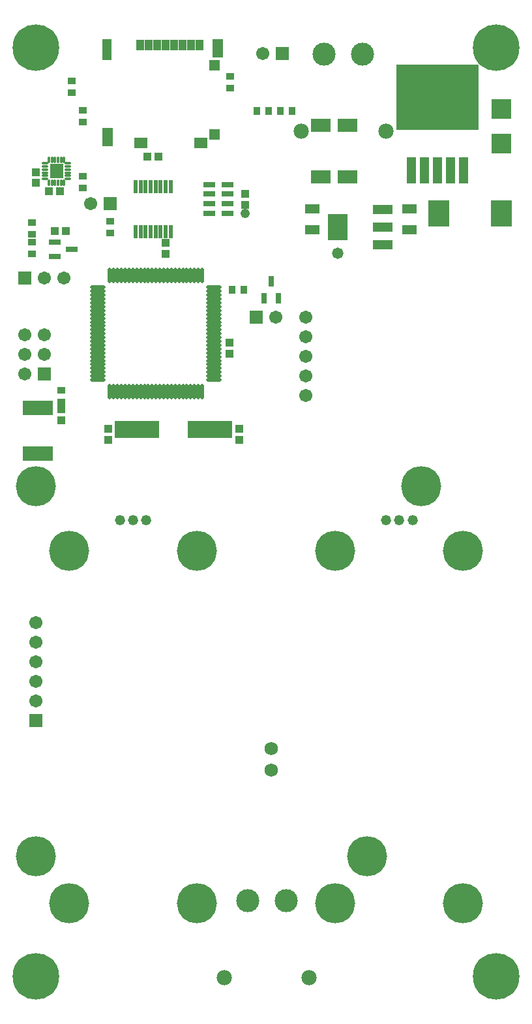
<source format=gts>
G04*
G04 #@! TF.GenerationSoftware,Altium Limited,Altium Designer,18.0.12 (696)*
G04*
G04 Layer_Color=8388736*
%FSLAX25Y25*%
%MOIN*%
G70*
G01*
G75*
%ADD19R,0.10485X0.07021*%
%ADD20R,0.04343X0.03950*%
%ADD21R,0.04343X0.03556*%
%ADD22R,0.03950X0.04343*%
%ADD23R,0.03556X0.04343*%
%ADD24R,0.03162X0.05328*%
%ADD25R,0.02200X0.06600*%
%ADD26R,0.03950X0.05682*%
%ADD27R,0.04540X0.10642*%
%ADD28R,0.05328X0.09461*%
%ADD29R,0.05367X0.05721*%
%ADD30R,0.05367X0.05524*%
%ADD31R,0.06706X0.05328*%
%ADD32O,0.01981X0.07887*%
%ADD33O,0.07887X0.01981*%
%ADD34R,0.06863X0.07493*%
%ADD35O,0.03162X0.01587*%
%ADD36O,0.01587X0.03162*%
%ADD37R,0.06000X0.02800*%
%ADD38R,0.06000X0.03000*%
%ADD39R,0.05958X0.02887*%
%ADD40R,0.15367X0.07493*%
%ADD41R,0.22800X0.08800*%
%ADD42R,0.07493X0.05131*%
%ADD43R,0.04934X0.13398*%
%ADD44R,0.41942X0.33477*%
%ADD45R,0.10249X0.04737*%
%ADD46R,0.10249X0.13792*%
%ADD47R,0.09855X0.09855*%
%ADD48R,0.10800X0.13800*%
%ADD49R,0.06706X0.06706*%
%ADD50C,0.06706*%
%ADD51R,0.06706X0.06706*%
%ADD52C,0.20500*%
%ADD53C,0.06800*%
%ADD54C,0.11800*%
%ADD55C,0.07800*%
%ADD56C,0.20485*%
%ADD57C,0.05200*%
%ADD58C,0.23800*%
%ADD59C,0.05800*%
%ADD60C,0.04800*%
D19*
X179291Y427000D02*
D03*
X165709D02*
D03*
X179291Y453500D02*
D03*
X165709D02*
D03*
D20*
X86400Y387744D02*
D03*
Y393256D02*
D03*
X119000Y342256D02*
D03*
Y336744D02*
D03*
X33000Y302744D02*
D03*
Y308256D02*
D03*
X127000Y418256D02*
D03*
Y412744D02*
D03*
X20031Y423944D02*
D03*
Y429456D02*
D03*
X124000Y298256D02*
D03*
Y292744D02*
D03*
X57000Y298256D02*
D03*
Y292744D02*
D03*
D21*
X44201Y427453D02*
D03*
Y421547D02*
D03*
X58000Y404453D02*
D03*
Y398547D02*
D03*
X44201Y455047D02*
D03*
Y460953D02*
D03*
X38438Y475953D02*
D03*
Y470047D02*
D03*
X119500Y478453D02*
D03*
Y472547D02*
D03*
X33000Y317953D02*
D03*
Y312047D02*
D03*
X18000Y403638D02*
D03*
Y397732D02*
D03*
Y393638D02*
D03*
Y387732D02*
D03*
D22*
X35260Y399500D02*
D03*
X29748D02*
D03*
X32287Y419700D02*
D03*
X26776D02*
D03*
X77244Y437500D02*
D03*
X82756D02*
D03*
D23*
X126453Y369500D02*
D03*
X120547D02*
D03*
X145122Y460715D02*
D03*
X151028D02*
D03*
X133122D02*
D03*
X139028D02*
D03*
D24*
X136760Y365024D02*
D03*
X144240D02*
D03*
X140500Y373882D02*
D03*
D25*
X89000Y399000D02*
D03*
X86400D02*
D03*
X83800D02*
D03*
X81300D02*
D03*
X78700D02*
D03*
X76200D02*
D03*
X73600D02*
D03*
X71000D02*
D03*
Y422000D02*
D03*
X73600D02*
D03*
X76200D02*
D03*
X78700D02*
D03*
X81300D02*
D03*
X83800D02*
D03*
X86400D02*
D03*
X89000D02*
D03*
D26*
X73583Y494520D02*
D03*
X77913D02*
D03*
X82244D02*
D03*
X86575D02*
D03*
X90906D02*
D03*
X95236D02*
D03*
X99567D02*
D03*
X103898D02*
D03*
D27*
X56476Y492039D02*
D03*
D28*
X113130Y492630D02*
D03*
X56870Y447433D02*
D03*
D29*
X111535Y484165D02*
D03*
D30*
Y448732D02*
D03*
D31*
X73819Y444303D02*
D03*
X104449D02*
D03*
D32*
X57878Y376724D02*
D03*
X59846D02*
D03*
X61815D02*
D03*
X63783D02*
D03*
X65752D02*
D03*
X67720D02*
D03*
X69689D02*
D03*
X71657D02*
D03*
X73626D02*
D03*
X75594D02*
D03*
X77563D02*
D03*
X79532D02*
D03*
X81500D02*
D03*
X83469D02*
D03*
X85437D02*
D03*
X87406D02*
D03*
X89374D02*
D03*
X91343D02*
D03*
X93311D02*
D03*
X95280D02*
D03*
X97248D02*
D03*
X99217D02*
D03*
X101185D02*
D03*
X103154D02*
D03*
X105122D02*
D03*
Y317276D02*
D03*
X103154D02*
D03*
X101185D02*
D03*
X99217D02*
D03*
X97248D02*
D03*
X95280D02*
D03*
X93311D02*
D03*
X91343D02*
D03*
X89374D02*
D03*
X87406D02*
D03*
X85437D02*
D03*
X83469D02*
D03*
X81500D02*
D03*
X79532D02*
D03*
X77563D02*
D03*
X75594D02*
D03*
X73626D02*
D03*
X71657D02*
D03*
X69689D02*
D03*
X67720D02*
D03*
X65752D02*
D03*
X63783D02*
D03*
X61815D02*
D03*
X59846D02*
D03*
X57878D02*
D03*
D33*
X111224Y370622D02*
D03*
Y368654D02*
D03*
Y366685D02*
D03*
Y364717D02*
D03*
Y362748D02*
D03*
Y360780D02*
D03*
Y358811D02*
D03*
Y356843D02*
D03*
Y354874D02*
D03*
Y352906D02*
D03*
Y350937D02*
D03*
Y348969D02*
D03*
Y347000D02*
D03*
Y345032D02*
D03*
Y343063D02*
D03*
Y341094D02*
D03*
Y339126D02*
D03*
Y337157D02*
D03*
Y335189D02*
D03*
Y333220D02*
D03*
Y331252D02*
D03*
Y329283D02*
D03*
Y327315D02*
D03*
Y325346D02*
D03*
Y323378D02*
D03*
X51776D02*
D03*
Y325346D02*
D03*
Y327315D02*
D03*
Y329283D02*
D03*
Y331252D02*
D03*
Y333220D02*
D03*
Y335189D02*
D03*
Y337157D02*
D03*
Y339126D02*
D03*
Y341094D02*
D03*
Y343063D02*
D03*
Y345032D02*
D03*
Y347000D02*
D03*
Y348969D02*
D03*
Y350937D02*
D03*
Y352906D02*
D03*
Y354874D02*
D03*
Y356843D02*
D03*
Y358811D02*
D03*
Y360780D02*
D03*
Y362748D02*
D03*
Y364717D02*
D03*
Y366685D02*
D03*
Y368654D02*
D03*
Y370622D02*
D03*
D34*
X30626Y429987D02*
D03*
D35*
X36531Y433924D02*
D03*
Y432350D02*
D03*
Y430775D02*
D03*
Y429200D02*
D03*
Y427625D02*
D03*
Y426050D02*
D03*
X24720D02*
D03*
Y427625D02*
D03*
Y429200D02*
D03*
Y430775D02*
D03*
Y432350D02*
D03*
Y433924D02*
D03*
D36*
X34563Y424082D02*
D03*
X32988D02*
D03*
X31413D02*
D03*
X29838D02*
D03*
X28264D02*
D03*
X26689D02*
D03*
Y435893D02*
D03*
X28264D02*
D03*
X29838D02*
D03*
X31413D02*
D03*
X32988D02*
D03*
X34563D02*
D03*
D37*
X38438Y390000D02*
D03*
D38*
X29838Y386300D02*
D03*
Y393700D02*
D03*
D39*
X108776Y413339D02*
D03*
Y418261D02*
D03*
Y423182D02*
D03*
X118224D02*
D03*
Y418261D02*
D03*
Y413339D02*
D03*
X108776Y408418D02*
D03*
X118224D02*
D03*
D40*
X21000Y285886D02*
D03*
Y309114D02*
D03*
D41*
X71750Y298000D02*
D03*
X109250D02*
D03*
D42*
X211000Y410815D02*
D03*
Y400185D02*
D03*
X161500D02*
D03*
Y410815D02*
D03*
D43*
X212114Y430378D02*
D03*
X218807D02*
D03*
X225500D02*
D03*
X232193D02*
D03*
X238886D02*
D03*
D44*
X225500Y467583D02*
D03*
D45*
X197417Y392445D02*
D03*
Y401500D02*
D03*
Y410555D02*
D03*
D46*
X174583Y401500D02*
D03*
D47*
X258000Y444142D02*
D03*
Y461858D02*
D03*
D48*
X226000Y408500D02*
D03*
X258000D02*
D03*
D49*
X14500Y375500D02*
D03*
X58000Y413500D02*
D03*
X132760Y355500D02*
D03*
X146000Y490000D02*
D03*
D50*
X24500Y375500D02*
D03*
X34500D02*
D03*
X14389Y326500D02*
D03*
X24389Y336500D02*
D03*
X14389D02*
D03*
X24389Y346500D02*
D03*
X14389D02*
D03*
X48000Y413500D02*
D03*
X142760Y355500D02*
D03*
X20140Y159488D02*
D03*
Y169488D02*
D03*
Y179488D02*
D03*
Y189488D02*
D03*
Y199488D02*
D03*
X136000Y490000D02*
D03*
X158000Y315500D02*
D03*
Y325500D02*
D03*
Y335500D02*
D03*
Y345500D02*
D03*
Y355500D02*
D03*
D51*
X24389Y326500D02*
D03*
X20140Y149488D02*
D03*
D52*
X189431Y80000D02*
D03*
X216990Y268976D02*
D03*
X20140D02*
D03*
Y80000D02*
D03*
D53*
X140500Y124000D02*
D03*
Y135000D02*
D03*
D54*
X128315Y57500D02*
D03*
X148000D02*
D03*
X167504Y489870D02*
D03*
X187189D02*
D03*
D55*
X116504Y18130D02*
D03*
X159811D02*
D03*
X155693Y450500D02*
D03*
X199000D02*
D03*
D56*
X37000Y236000D02*
D03*
Y56197D02*
D03*
X102394Y236000D02*
D03*
Y56197D02*
D03*
X238500D02*
D03*
Y236000D02*
D03*
X173106Y56197D02*
D03*
Y236000D02*
D03*
D57*
X63000Y251697D02*
D03*
X69697D02*
D03*
X76500D02*
D03*
X212606D02*
D03*
X205803D02*
D03*
X199106D02*
D03*
D58*
X20140Y493000D02*
D03*
Y18762D02*
D03*
X255451D02*
D03*
Y493000D02*
D03*
D59*
X247000D02*
D03*
X255451Y484500D02*
D03*
X264000Y493000D02*
D03*
X255500Y501500D02*
D03*
X174500Y388000D02*
D03*
X20140Y502000D02*
D03*
X29140Y493000D02*
D03*
X11140D02*
D03*
X20140Y484000D02*
D03*
Y27762D02*
D03*
X29140Y18762D02*
D03*
X11140D02*
D03*
X20140Y9762D02*
D03*
X255451Y27762D02*
D03*
X264451Y18762D02*
D03*
X246451D02*
D03*
X255451Y9762D02*
D03*
D60*
X127000Y408500D02*
D03*
M02*

</source>
